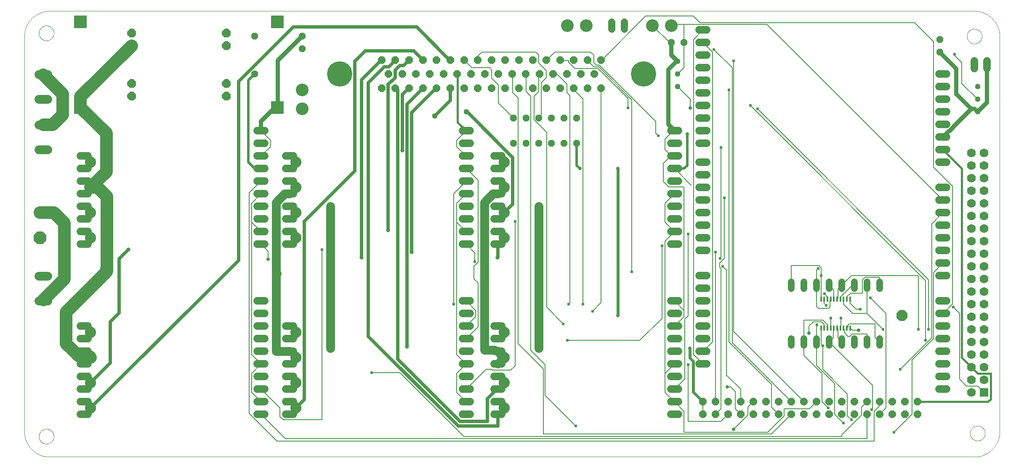
<source format=gbl>
G04 EAGLE Gerber RS-274X export*
G75*
%MOMM*%
%FSLAX34Y34*%
%LPD*%
%INBottom Copper*%
%IPPOS*%
%AMOC8*
5,1,8,0,0,1.08239X$1,22.5*%
G01*
%ADD10C,0.000000*%
%ADD11C,2.540000*%
%ADD12P,2.749271X8X292.500000*%
%ADD13P,1.429621X8X112.500000*%
%ADD14P,1.649562X8X202.500000*%
%ADD15C,5.080000*%
%ADD16C,1.790700*%
%ADD17C,1.524000*%
%ADD18P,1.649562X8X22.500000*%
%ADD19R,1.778000X1.778000*%
%ADD20C,1.778000*%
%ADD21R,0.304800X0.990600*%
%ADD22C,1.117600*%
%ADD23P,1.429621X8X292.500000*%
%ADD24C,1.320800*%
%ADD25C,2.552700*%
%ADD26P,1.924489X8X22.500000*%
%ADD27R,2.500000X2.500000*%
%ADD28C,2.250000*%
%ADD29P,1.429621X8X202.500000*%
%ADD30C,1.422400*%
%ADD31P,2.336880X8X22.500000*%
%ADD32C,2.540000*%
%ADD33C,1.778000*%
%ADD34C,1.524000*%
%ADD35C,0.406400*%
%ADD36C,0.203200*%
%ADD37C,0.812800*%
%ADD38C,0.711200*%
%ADD39C,0.508000*%
%ADD40C,0.609600*%
%ADD41C,0.635000*%
%ADD42C,0.812800*%
%ADD43C,1.125000*%
%ADD44C,0.152400*%
%ADD45C,0.609600*%


D10*
X51000Y760D02*
X1911350Y760D01*
X1912578Y775D01*
X1913804Y819D01*
X1915030Y893D01*
X1916253Y997D01*
X1917473Y1130D01*
X1918690Y1293D01*
X1919903Y1485D01*
X1921110Y1706D01*
X1922312Y1957D01*
X1923507Y2236D01*
X1924696Y2544D01*
X1925876Y2881D01*
X1927048Y3246D01*
X1928211Y3640D01*
X1929364Y4061D01*
X1930506Y4510D01*
X1931638Y4987D01*
X1932757Y5491D01*
X1933864Y6022D01*
X1934958Y6579D01*
X1936038Y7162D01*
X1937104Y7772D01*
X1938154Y8407D01*
X1939189Y9067D01*
X1940208Y9752D01*
X1941209Y10462D01*
X1942194Y11195D01*
X1943160Y11953D01*
X1944108Y12733D01*
X1945037Y13536D01*
X1945946Y14361D01*
X1946834Y15208D01*
X1947702Y16076D01*
X1948549Y16964D01*
X1949374Y17873D01*
X1950177Y18802D01*
X1950957Y19750D01*
X1951715Y20716D01*
X1952448Y21701D01*
X1953158Y22702D01*
X1953843Y23721D01*
X1954503Y24756D01*
X1955138Y25806D01*
X1955748Y26872D01*
X1956331Y27952D01*
X1956888Y29046D01*
X1957419Y30153D01*
X1957923Y31272D01*
X1958400Y32404D01*
X1958849Y33546D01*
X1959270Y34699D01*
X1959664Y35862D01*
X1960029Y37034D01*
X1960366Y38214D01*
X1960674Y39403D01*
X1960953Y40598D01*
X1961204Y41800D01*
X1961425Y43007D01*
X1961617Y44220D01*
X1961780Y45437D01*
X1961913Y46657D01*
X1962017Y47880D01*
X1962091Y49106D01*
X1962135Y50332D01*
X1962150Y51560D01*
X1962150Y848360D01*
X1962135Y849588D01*
X1962091Y850814D01*
X1962017Y852040D01*
X1961913Y853263D01*
X1961780Y854483D01*
X1961617Y855700D01*
X1961425Y856913D01*
X1961204Y858120D01*
X1960953Y859322D01*
X1960674Y860517D01*
X1960366Y861706D01*
X1960029Y862886D01*
X1959664Y864058D01*
X1959270Y865221D01*
X1958849Y866374D01*
X1958400Y867516D01*
X1957923Y868648D01*
X1957419Y869767D01*
X1956888Y870874D01*
X1956331Y871968D01*
X1955748Y873048D01*
X1955138Y874114D01*
X1954503Y875164D01*
X1953843Y876199D01*
X1953158Y877218D01*
X1952448Y878219D01*
X1951715Y879204D01*
X1950957Y880170D01*
X1950177Y881118D01*
X1949374Y882047D01*
X1948549Y882956D01*
X1947702Y883844D01*
X1946834Y884712D01*
X1945946Y885559D01*
X1945037Y886384D01*
X1944108Y887187D01*
X1943160Y887967D01*
X1942194Y888725D01*
X1941209Y889458D01*
X1940208Y890168D01*
X1939189Y890853D01*
X1938154Y891513D01*
X1937104Y892148D01*
X1936038Y892758D01*
X1934958Y893341D01*
X1933864Y893898D01*
X1932757Y894429D01*
X1931638Y894933D01*
X1930506Y895410D01*
X1929364Y895859D01*
X1928211Y896280D01*
X1927048Y896674D01*
X1925876Y897039D01*
X1924696Y897376D01*
X1923507Y897684D01*
X1922312Y897963D01*
X1921110Y898214D01*
X1919903Y898435D01*
X1918690Y898627D01*
X1917473Y898790D01*
X1916253Y898923D01*
X1915030Y899027D01*
X1913804Y899101D01*
X1912578Y899145D01*
X1911350Y899160D01*
X51000Y899160D01*
X49772Y899145D01*
X48546Y899101D01*
X47320Y899027D01*
X46097Y898923D01*
X44877Y898790D01*
X43660Y898627D01*
X42447Y898435D01*
X41240Y898214D01*
X40038Y897963D01*
X38843Y897684D01*
X37654Y897376D01*
X36474Y897039D01*
X35302Y896674D01*
X34139Y896280D01*
X32986Y895859D01*
X31844Y895410D01*
X30712Y894933D01*
X29593Y894429D01*
X28486Y893898D01*
X27392Y893341D01*
X26312Y892758D01*
X25246Y892148D01*
X24196Y891513D01*
X23161Y890853D01*
X22142Y890168D01*
X21141Y889458D01*
X20156Y888725D01*
X19190Y887967D01*
X18242Y887187D01*
X17313Y886384D01*
X16404Y885559D01*
X15516Y884712D01*
X14648Y883844D01*
X13801Y882956D01*
X12976Y882047D01*
X12173Y881118D01*
X11393Y880170D01*
X10635Y879204D01*
X9902Y878219D01*
X9192Y877218D01*
X8507Y876199D01*
X7847Y875164D01*
X7212Y874114D01*
X6602Y873048D01*
X6019Y871968D01*
X5462Y870874D01*
X4931Y869767D01*
X4427Y868648D01*
X3950Y867516D01*
X3501Y866374D01*
X3080Y865221D01*
X2686Y864058D01*
X2321Y862886D01*
X1984Y861706D01*
X1676Y860517D01*
X1397Y859322D01*
X1146Y858120D01*
X925Y856913D01*
X733Y855700D01*
X570Y854483D01*
X437Y853263D01*
X333Y852040D01*
X259Y850814D01*
X215Y849588D01*
X200Y848360D01*
X200Y51560D01*
X215Y50332D01*
X259Y49106D01*
X333Y47880D01*
X437Y46657D01*
X570Y45437D01*
X733Y44220D01*
X925Y43007D01*
X1146Y41800D01*
X1397Y40598D01*
X1676Y39403D01*
X1984Y38214D01*
X2321Y37034D01*
X2686Y35862D01*
X3080Y34699D01*
X3501Y33546D01*
X3950Y32404D01*
X4427Y31272D01*
X4931Y30153D01*
X5462Y29046D01*
X6019Y27952D01*
X6602Y26872D01*
X7212Y25806D01*
X7847Y24756D01*
X8507Y23721D01*
X9192Y22702D01*
X9902Y21701D01*
X10635Y20716D01*
X11393Y19750D01*
X12173Y18802D01*
X12976Y17873D01*
X13801Y16964D01*
X14648Y16076D01*
X15516Y15208D01*
X16404Y14361D01*
X17313Y13536D01*
X18242Y12733D01*
X19190Y11953D01*
X20156Y11195D01*
X21141Y10462D01*
X22142Y9752D01*
X23161Y9067D01*
X24196Y8407D01*
X25246Y7772D01*
X26312Y7162D01*
X27392Y6579D01*
X28486Y6022D01*
X29593Y5491D01*
X30712Y4987D01*
X31844Y4510D01*
X32986Y4061D01*
X34139Y3640D01*
X35302Y3246D01*
X36474Y2881D01*
X37654Y2544D01*
X38843Y2236D01*
X40038Y1957D01*
X41240Y1706D01*
X42447Y1485D01*
X43660Y1293D01*
X44877Y1130D01*
X46097Y997D01*
X47320Y893D01*
X48546Y819D01*
X49772Y775D01*
X51000Y760D01*
D11*
X31750Y492760D03*
D12*
X31750Y441960D03*
D13*
X984250Y632460D03*
X984250Y683260D03*
X1009650Y632460D03*
X1009650Y683260D03*
X1035050Y632460D03*
X1035050Y683260D03*
X1085850Y632460D03*
X1085850Y683260D03*
X1060450Y632460D03*
X1060450Y683260D03*
X1111250Y632460D03*
X1111250Y683260D03*
D14*
X1160526Y800608D03*
X1133094Y800608D03*
X1105408Y800608D03*
X1077722Y800608D03*
X1050290Y800608D03*
X1022604Y800608D03*
X994918Y800608D03*
X967486Y800608D03*
X939800Y800608D03*
X912114Y800608D03*
X884682Y800608D03*
X856996Y800608D03*
X1146810Y772160D03*
X1119124Y772160D03*
X1091692Y772160D03*
X1064006Y772160D03*
X1036320Y772160D03*
X1008888Y772160D03*
X981202Y772160D03*
X953516Y772160D03*
X926084Y772160D03*
X898398Y772160D03*
X870712Y772160D03*
X829310Y800608D03*
X801878Y800608D03*
X774192Y800608D03*
X746506Y800608D03*
X843280Y772160D03*
X815594Y772160D03*
X787908Y772160D03*
X760476Y772160D03*
X719074Y800608D03*
X732790Y772160D03*
X1160526Y743712D03*
X1133094Y743712D03*
X1105408Y743712D03*
X1077722Y743712D03*
X1050290Y743712D03*
X1022604Y743712D03*
X994918Y743712D03*
X967486Y743712D03*
X939800Y743712D03*
X912114Y743712D03*
X884682Y743712D03*
X856996Y743712D03*
X829310Y743712D03*
X801878Y743712D03*
X774192Y743712D03*
X746506Y743712D03*
X719074Y743712D03*
D15*
X634238Y772160D03*
X1245362Y772160D03*
D16*
X47054Y620160D02*
X29147Y620160D01*
X29147Y670160D02*
X47054Y670160D01*
D17*
X1840230Y721360D02*
X1855470Y721360D01*
X1855470Y695960D02*
X1840230Y695960D01*
X1840230Y670560D02*
X1855470Y670560D01*
X1855470Y645160D02*
X1840230Y645160D01*
X1840230Y619760D02*
X1855470Y619760D01*
X1855470Y594360D02*
X1840230Y594360D01*
X1840230Y543560D02*
X1855470Y543560D01*
X1855470Y518160D02*
X1840230Y518160D01*
X1840230Y492760D02*
X1855470Y492760D01*
X1855470Y467360D02*
X1840230Y467360D01*
X1840230Y441960D02*
X1855470Y441960D01*
X1855470Y416560D02*
X1840230Y416560D01*
X1840230Y391160D02*
X1855470Y391160D01*
X1855470Y365760D02*
X1840230Y365760D01*
X1840230Y314960D02*
X1855470Y314960D01*
X1855470Y289560D02*
X1840230Y289560D01*
X1840230Y264160D02*
X1855470Y264160D01*
X1855470Y238760D02*
X1840230Y238760D01*
X1840230Y213360D02*
X1855470Y213360D01*
X1855470Y187960D02*
X1840230Y187960D01*
X1840230Y162560D02*
X1855470Y162560D01*
X1855470Y137160D02*
X1840230Y137160D01*
X1372870Y187960D02*
X1357630Y187960D01*
X1357630Y213360D02*
X1372870Y213360D01*
X1372870Y238760D02*
X1357630Y238760D01*
X1357630Y264160D02*
X1372870Y264160D01*
X1372870Y289560D02*
X1357630Y289560D01*
X1357630Y314960D02*
X1372870Y314960D01*
X1372870Y340360D02*
X1357630Y340360D01*
X1357630Y365760D02*
X1372870Y365760D01*
X1372870Y416560D02*
X1357630Y416560D01*
X1357630Y441960D02*
X1372870Y441960D01*
X1372870Y467360D02*
X1357630Y467360D01*
X1357630Y492760D02*
X1372870Y492760D01*
X1372870Y518160D02*
X1357630Y518160D01*
X1357630Y543560D02*
X1372870Y543560D01*
X1372870Y568960D02*
X1357630Y568960D01*
X1357630Y594360D02*
X1372870Y594360D01*
X1372870Y632460D02*
X1357630Y632460D01*
X1357630Y657860D02*
X1372870Y657860D01*
X1372870Y683260D02*
X1357630Y683260D01*
X1357630Y708660D02*
X1372870Y708660D01*
X1372870Y734060D02*
X1357630Y734060D01*
X1357630Y759460D02*
X1372870Y759460D01*
X1372870Y784860D02*
X1357630Y784860D01*
X1357630Y810260D02*
X1372870Y810260D01*
D18*
X1365250Y111760D03*
X1365250Y86360D03*
X1390650Y111760D03*
X1390650Y86360D03*
X1416050Y111760D03*
X1416050Y86360D03*
X1441450Y111760D03*
X1441450Y86360D03*
X1466850Y111760D03*
X1466850Y86360D03*
X1492250Y111760D03*
X1492250Y86360D03*
X1517650Y111760D03*
X1517650Y86360D03*
X1543050Y111760D03*
X1543050Y86360D03*
X1568450Y111760D03*
X1568450Y86360D03*
X1593850Y111760D03*
X1593850Y86360D03*
X1619250Y111760D03*
X1619250Y86360D03*
X1644650Y111760D03*
X1644650Y86360D03*
X1670050Y111760D03*
X1670050Y86360D03*
X1695450Y111760D03*
X1695450Y86360D03*
X1720850Y111760D03*
X1720850Y86360D03*
X1746250Y111760D03*
X1746250Y86360D03*
X1771650Y111760D03*
X1771650Y86360D03*
X1797050Y111760D03*
X1797050Y86360D03*
D17*
X1372870Y835660D02*
X1357630Y835660D01*
X1357630Y861060D02*
X1372870Y861060D01*
X1840230Y772160D02*
X1855470Y772160D01*
X1855470Y746760D02*
X1840230Y746760D01*
D19*
X1930400Y130810D03*
D20*
X1905000Y130810D03*
X1930400Y156210D03*
X1905000Y156210D03*
X1930400Y181610D03*
X1905000Y181610D03*
X1930400Y207010D03*
X1905000Y207010D03*
X1930400Y232410D03*
X1905000Y232410D03*
X1930400Y257810D03*
X1905000Y257810D03*
X1930400Y283210D03*
X1905000Y283210D03*
X1930400Y308610D03*
X1905000Y308610D03*
X1930400Y334010D03*
X1905000Y334010D03*
X1930400Y359410D03*
X1905000Y359410D03*
X1930400Y384810D03*
X1905000Y384810D03*
X1930400Y410210D03*
X1905000Y410210D03*
X1930400Y435610D03*
X1905000Y435610D03*
X1930400Y461010D03*
X1905000Y461010D03*
X1930400Y486410D03*
X1905000Y486410D03*
X1930400Y511810D03*
X1905000Y511810D03*
X1930400Y537210D03*
X1905000Y537210D03*
X1930400Y562610D03*
X1905000Y562610D03*
X1930400Y588010D03*
X1905000Y588010D03*
X1930400Y613410D03*
X1905000Y613410D03*
D21*
X1602700Y318738D03*
X1609200Y318738D03*
X1615700Y318738D03*
X1622200Y318738D03*
X1628700Y318738D03*
X1635200Y318738D03*
X1641700Y318738D03*
X1648200Y318738D03*
X1648200Y260382D03*
X1641700Y260382D03*
X1635200Y260382D03*
X1628700Y260382D03*
X1622200Y260382D03*
X1615700Y260382D03*
X1609200Y260382D03*
X1602700Y260382D03*
X1654700Y318738D03*
X1661200Y318738D03*
X1654700Y260382D03*
X1661200Y260382D03*
D10*
X29450Y41910D02*
X29455Y42278D01*
X29468Y42646D01*
X29491Y43013D01*
X29522Y43380D01*
X29563Y43746D01*
X29612Y44111D01*
X29671Y44474D01*
X29738Y44836D01*
X29814Y45197D01*
X29900Y45555D01*
X29993Y45911D01*
X30096Y46264D01*
X30207Y46615D01*
X30327Y46963D01*
X30455Y47308D01*
X30592Y47650D01*
X30737Y47989D01*
X30890Y48323D01*
X31052Y48654D01*
X31221Y48981D01*
X31399Y49303D01*
X31584Y49622D01*
X31777Y49935D01*
X31978Y50244D01*
X32186Y50547D01*
X32402Y50845D01*
X32625Y51138D01*
X32855Y51426D01*
X33092Y51708D01*
X33336Y51983D01*
X33586Y52253D01*
X33843Y52517D01*
X34107Y52774D01*
X34377Y53024D01*
X34652Y53268D01*
X34934Y53505D01*
X35222Y53735D01*
X35515Y53958D01*
X35813Y54174D01*
X36116Y54382D01*
X36425Y54583D01*
X36738Y54776D01*
X37057Y54961D01*
X37379Y55139D01*
X37706Y55308D01*
X38037Y55470D01*
X38371Y55623D01*
X38710Y55768D01*
X39052Y55905D01*
X39397Y56033D01*
X39745Y56153D01*
X40096Y56264D01*
X40449Y56367D01*
X40805Y56460D01*
X41163Y56546D01*
X41524Y56622D01*
X41886Y56689D01*
X42249Y56748D01*
X42614Y56797D01*
X42980Y56838D01*
X43347Y56869D01*
X43714Y56892D01*
X44082Y56905D01*
X44450Y56910D01*
X44818Y56905D01*
X45186Y56892D01*
X45553Y56869D01*
X45920Y56838D01*
X46286Y56797D01*
X46651Y56748D01*
X47014Y56689D01*
X47376Y56622D01*
X47737Y56546D01*
X48095Y56460D01*
X48451Y56367D01*
X48804Y56264D01*
X49155Y56153D01*
X49503Y56033D01*
X49848Y55905D01*
X50190Y55768D01*
X50529Y55623D01*
X50863Y55470D01*
X51194Y55308D01*
X51521Y55139D01*
X51843Y54961D01*
X52162Y54776D01*
X52475Y54583D01*
X52784Y54382D01*
X53087Y54174D01*
X53385Y53958D01*
X53678Y53735D01*
X53966Y53505D01*
X54248Y53268D01*
X54523Y53024D01*
X54793Y52774D01*
X55057Y52517D01*
X55314Y52253D01*
X55564Y51983D01*
X55808Y51708D01*
X56045Y51426D01*
X56275Y51138D01*
X56498Y50845D01*
X56714Y50547D01*
X56922Y50244D01*
X57123Y49935D01*
X57316Y49622D01*
X57501Y49303D01*
X57679Y48981D01*
X57848Y48654D01*
X58010Y48323D01*
X58163Y47989D01*
X58308Y47650D01*
X58445Y47308D01*
X58573Y46963D01*
X58693Y46615D01*
X58804Y46264D01*
X58907Y45911D01*
X59000Y45555D01*
X59086Y45197D01*
X59162Y44836D01*
X59229Y44474D01*
X59288Y44111D01*
X59337Y43746D01*
X59378Y43380D01*
X59409Y43013D01*
X59432Y42646D01*
X59445Y42278D01*
X59450Y41910D01*
X59445Y41542D01*
X59432Y41174D01*
X59409Y40807D01*
X59378Y40440D01*
X59337Y40074D01*
X59288Y39709D01*
X59229Y39346D01*
X59162Y38984D01*
X59086Y38623D01*
X59000Y38265D01*
X58907Y37909D01*
X58804Y37556D01*
X58693Y37205D01*
X58573Y36857D01*
X58445Y36512D01*
X58308Y36170D01*
X58163Y35831D01*
X58010Y35497D01*
X57848Y35166D01*
X57679Y34839D01*
X57501Y34517D01*
X57316Y34198D01*
X57123Y33885D01*
X56922Y33576D01*
X56714Y33273D01*
X56498Y32975D01*
X56275Y32682D01*
X56045Y32394D01*
X55808Y32112D01*
X55564Y31837D01*
X55314Y31567D01*
X55057Y31303D01*
X54793Y31046D01*
X54523Y30796D01*
X54248Y30552D01*
X53966Y30315D01*
X53678Y30085D01*
X53385Y29862D01*
X53087Y29646D01*
X52784Y29438D01*
X52475Y29237D01*
X52162Y29044D01*
X51843Y28859D01*
X51521Y28681D01*
X51194Y28512D01*
X50863Y28350D01*
X50529Y28197D01*
X50190Y28052D01*
X49848Y27915D01*
X49503Y27787D01*
X49155Y27667D01*
X48804Y27556D01*
X48451Y27453D01*
X48095Y27360D01*
X47737Y27274D01*
X47376Y27198D01*
X47014Y27131D01*
X46651Y27072D01*
X46286Y27023D01*
X45920Y26982D01*
X45553Y26951D01*
X45186Y26928D01*
X44818Y26915D01*
X44450Y26910D01*
X44082Y26915D01*
X43714Y26928D01*
X43347Y26951D01*
X42980Y26982D01*
X42614Y27023D01*
X42249Y27072D01*
X41886Y27131D01*
X41524Y27198D01*
X41163Y27274D01*
X40805Y27360D01*
X40449Y27453D01*
X40096Y27556D01*
X39745Y27667D01*
X39397Y27787D01*
X39052Y27915D01*
X38710Y28052D01*
X38371Y28197D01*
X38037Y28350D01*
X37706Y28512D01*
X37379Y28681D01*
X37057Y28859D01*
X36738Y29044D01*
X36425Y29237D01*
X36116Y29438D01*
X35813Y29646D01*
X35515Y29862D01*
X35222Y30085D01*
X34934Y30315D01*
X34652Y30552D01*
X34377Y30796D01*
X34107Y31046D01*
X33843Y31303D01*
X33586Y31567D01*
X33336Y31837D01*
X33092Y32112D01*
X32855Y32394D01*
X32625Y32682D01*
X32402Y32975D01*
X32186Y33273D01*
X31978Y33576D01*
X31777Y33885D01*
X31584Y34198D01*
X31399Y34517D01*
X31221Y34839D01*
X31052Y35166D01*
X30890Y35497D01*
X30737Y35831D01*
X30592Y36170D01*
X30455Y36512D01*
X30327Y36857D01*
X30207Y37205D01*
X30096Y37556D01*
X29993Y37909D01*
X29900Y38265D01*
X29814Y38623D01*
X29738Y38984D01*
X29671Y39346D01*
X29612Y39709D01*
X29563Y40074D01*
X29522Y40440D01*
X29491Y40807D01*
X29468Y41174D01*
X29455Y41542D01*
X29450Y41910D01*
X29450Y854710D02*
X29455Y855078D01*
X29468Y855446D01*
X29491Y855813D01*
X29522Y856180D01*
X29563Y856546D01*
X29612Y856911D01*
X29671Y857274D01*
X29738Y857636D01*
X29814Y857997D01*
X29900Y858355D01*
X29993Y858711D01*
X30096Y859064D01*
X30207Y859415D01*
X30327Y859763D01*
X30455Y860108D01*
X30592Y860450D01*
X30737Y860789D01*
X30890Y861123D01*
X31052Y861454D01*
X31221Y861781D01*
X31399Y862103D01*
X31584Y862422D01*
X31777Y862735D01*
X31978Y863044D01*
X32186Y863347D01*
X32402Y863645D01*
X32625Y863938D01*
X32855Y864226D01*
X33092Y864508D01*
X33336Y864783D01*
X33586Y865053D01*
X33843Y865317D01*
X34107Y865574D01*
X34377Y865824D01*
X34652Y866068D01*
X34934Y866305D01*
X35222Y866535D01*
X35515Y866758D01*
X35813Y866974D01*
X36116Y867182D01*
X36425Y867383D01*
X36738Y867576D01*
X37057Y867761D01*
X37379Y867939D01*
X37706Y868108D01*
X38037Y868270D01*
X38371Y868423D01*
X38710Y868568D01*
X39052Y868705D01*
X39397Y868833D01*
X39745Y868953D01*
X40096Y869064D01*
X40449Y869167D01*
X40805Y869260D01*
X41163Y869346D01*
X41524Y869422D01*
X41886Y869489D01*
X42249Y869548D01*
X42614Y869597D01*
X42980Y869638D01*
X43347Y869669D01*
X43714Y869692D01*
X44082Y869705D01*
X44450Y869710D01*
X44818Y869705D01*
X45186Y869692D01*
X45553Y869669D01*
X45920Y869638D01*
X46286Y869597D01*
X46651Y869548D01*
X47014Y869489D01*
X47376Y869422D01*
X47737Y869346D01*
X48095Y869260D01*
X48451Y869167D01*
X48804Y869064D01*
X49155Y868953D01*
X49503Y868833D01*
X49848Y868705D01*
X50190Y868568D01*
X50529Y868423D01*
X50863Y868270D01*
X51194Y868108D01*
X51521Y867939D01*
X51843Y867761D01*
X52162Y867576D01*
X52475Y867383D01*
X52784Y867182D01*
X53087Y866974D01*
X53385Y866758D01*
X53678Y866535D01*
X53966Y866305D01*
X54248Y866068D01*
X54523Y865824D01*
X54793Y865574D01*
X55057Y865317D01*
X55314Y865053D01*
X55564Y864783D01*
X55808Y864508D01*
X56045Y864226D01*
X56275Y863938D01*
X56498Y863645D01*
X56714Y863347D01*
X56922Y863044D01*
X57123Y862735D01*
X57316Y862422D01*
X57501Y862103D01*
X57679Y861781D01*
X57848Y861454D01*
X58010Y861123D01*
X58163Y860789D01*
X58308Y860450D01*
X58445Y860108D01*
X58573Y859763D01*
X58693Y859415D01*
X58804Y859064D01*
X58907Y858711D01*
X59000Y858355D01*
X59086Y857997D01*
X59162Y857636D01*
X59229Y857274D01*
X59288Y856911D01*
X59337Y856546D01*
X59378Y856180D01*
X59409Y855813D01*
X59432Y855446D01*
X59445Y855078D01*
X59450Y854710D01*
X59445Y854342D01*
X59432Y853974D01*
X59409Y853607D01*
X59378Y853240D01*
X59337Y852874D01*
X59288Y852509D01*
X59229Y852146D01*
X59162Y851784D01*
X59086Y851423D01*
X59000Y851065D01*
X58907Y850709D01*
X58804Y850356D01*
X58693Y850005D01*
X58573Y849657D01*
X58445Y849312D01*
X58308Y848970D01*
X58163Y848631D01*
X58010Y848297D01*
X57848Y847966D01*
X57679Y847639D01*
X57501Y847317D01*
X57316Y846998D01*
X57123Y846685D01*
X56922Y846376D01*
X56714Y846073D01*
X56498Y845775D01*
X56275Y845482D01*
X56045Y845194D01*
X55808Y844912D01*
X55564Y844637D01*
X55314Y844367D01*
X55057Y844103D01*
X54793Y843846D01*
X54523Y843596D01*
X54248Y843352D01*
X53966Y843115D01*
X53678Y842885D01*
X53385Y842662D01*
X53087Y842446D01*
X52784Y842238D01*
X52475Y842037D01*
X52162Y841844D01*
X51843Y841659D01*
X51521Y841481D01*
X51194Y841312D01*
X50863Y841150D01*
X50529Y840997D01*
X50190Y840852D01*
X49848Y840715D01*
X49503Y840587D01*
X49155Y840467D01*
X48804Y840356D01*
X48451Y840253D01*
X48095Y840160D01*
X47737Y840074D01*
X47376Y839998D01*
X47014Y839931D01*
X46651Y839872D01*
X46286Y839823D01*
X45920Y839782D01*
X45553Y839751D01*
X45186Y839728D01*
X44818Y839715D01*
X44450Y839710D01*
X44082Y839715D01*
X43714Y839728D01*
X43347Y839751D01*
X42980Y839782D01*
X42614Y839823D01*
X42249Y839872D01*
X41886Y839931D01*
X41524Y839998D01*
X41163Y840074D01*
X40805Y840160D01*
X40449Y840253D01*
X40096Y840356D01*
X39745Y840467D01*
X39397Y840587D01*
X39052Y840715D01*
X38710Y840852D01*
X38371Y840997D01*
X38037Y841150D01*
X37706Y841312D01*
X37379Y841481D01*
X37057Y841659D01*
X36738Y841844D01*
X36425Y842037D01*
X36116Y842238D01*
X35813Y842446D01*
X35515Y842662D01*
X35222Y842885D01*
X34934Y843115D01*
X34652Y843352D01*
X34377Y843596D01*
X34107Y843846D01*
X33843Y844103D01*
X33586Y844367D01*
X33336Y844637D01*
X33092Y844912D01*
X32855Y845194D01*
X32625Y845482D01*
X32402Y845775D01*
X32186Y846073D01*
X31978Y846376D01*
X31777Y846685D01*
X31584Y846998D01*
X31399Y847317D01*
X31221Y847639D01*
X31052Y847966D01*
X30890Y848297D01*
X30737Y848631D01*
X30592Y848970D01*
X30455Y849312D01*
X30327Y849657D01*
X30207Y850005D01*
X30096Y850356D01*
X29993Y850709D01*
X29900Y851065D01*
X29814Y851423D01*
X29738Y851784D01*
X29671Y852146D01*
X29612Y852509D01*
X29563Y852874D01*
X29522Y853240D01*
X29491Y853607D01*
X29468Y853974D01*
X29455Y854342D01*
X29450Y854710D01*
X1896350Y848360D02*
X1896355Y848728D01*
X1896368Y849096D01*
X1896391Y849463D01*
X1896422Y849830D01*
X1896463Y850196D01*
X1896512Y850561D01*
X1896571Y850924D01*
X1896638Y851286D01*
X1896714Y851647D01*
X1896800Y852005D01*
X1896893Y852361D01*
X1896996Y852714D01*
X1897107Y853065D01*
X1897227Y853413D01*
X1897355Y853758D01*
X1897492Y854100D01*
X1897637Y854439D01*
X1897790Y854773D01*
X1897952Y855104D01*
X1898121Y855431D01*
X1898299Y855753D01*
X1898484Y856072D01*
X1898677Y856385D01*
X1898878Y856694D01*
X1899086Y856997D01*
X1899302Y857295D01*
X1899525Y857588D01*
X1899755Y857876D01*
X1899992Y858158D01*
X1900236Y858433D01*
X1900486Y858703D01*
X1900743Y858967D01*
X1901007Y859224D01*
X1901277Y859474D01*
X1901552Y859718D01*
X1901834Y859955D01*
X1902122Y860185D01*
X1902415Y860408D01*
X1902713Y860624D01*
X1903016Y860832D01*
X1903325Y861033D01*
X1903638Y861226D01*
X1903957Y861411D01*
X1904279Y861589D01*
X1904606Y861758D01*
X1904937Y861920D01*
X1905271Y862073D01*
X1905610Y862218D01*
X1905952Y862355D01*
X1906297Y862483D01*
X1906645Y862603D01*
X1906996Y862714D01*
X1907349Y862817D01*
X1907705Y862910D01*
X1908063Y862996D01*
X1908424Y863072D01*
X1908786Y863139D01*
X1909149Y863198D01*
X1909514Y863247D01*
X1909880Y863288D01*
X1910247Y863319D01*
X1910614Y863342D01*
X1910982Y863355D01*
X1911350Y863360D01*
X1911718Y863355D01*
X1912086Y863342D01*
X1912453Y863319D01*
X1912820Y863288D01*
X1913186Y863247D01*
X1913551Y863198D01*
X1913914Y863139D01*
X1914276Y863072D01*
X1914637Y862996D01*
X1914995Y862910D01*
X1915351Y862817D01*
X1915704Y862714D01*
X1916055Y862603D01*
X1916403Y862483D01*
X1916748Y862355D01*
X1917090Y862218D01*
X1917429Y862073D01*
X1917763Y861920D01*
X1918094Y861758D01*
X1918421Y861589D01*
X1918743Y861411D01*
X1919062Y861226D01*
X1919375Y861033D01*
X1919684Y860832D01*
X1919987Y860624D01*
X1920285Y860408D01*
X1920578Y860185D01*
X1920866Y859955D01*
X1921148Y859718D01*
X1921423Y859474D01*
X1921693Y859224D01*
X1921957Y858967D01*
X1922214Y858703D01*
X1922464Y858433D01*
X1922708Y858158D01*
X1922945Y857876D01*
X1923175Y857588D01*
X1923398Y857295D01*
X1923614Y856997D01*
X1923822Y856694D01*
X1924023Y856385D01*
X1924216Y856072D01*
X1924401Y855753D01*
X1924579Y855431D01*
X1924748Y855104D01*
X1924910Y854773D01*
X1925063Y854439D01*
X1925208Y854100D01*
X1925345Y853758D01*
X1925473Y853413D01*
X1925593Y853065D01*
X1925704Y852714D01*
X1925807Y852361D01*
X1925900Y852005D01*
X1925986Y851647D01*
X1926062Y851286D01*
X1926129Y850924D01*
X1926188Y850561D01*
X1926237Y850196D01*
X1926278Y849830D01*
X1926309Y849463D01*
X1926332Y849096D01*
X1926345Y848728D01*
X1926350Y848360D01*
X1926345Y847992D01*
X1926332Y847624D01*
X1926309Y847257D01*
X1926278Y846890D01*
X1926237Y846524D01*
X1926188Y846159D01*
X1926129Y845796D01*
X1926062Y845434D01*
X1925986Y845073D01*
X1925900Y844715D01*
X1925807Y844359D01*
X1925704Y844006D01*
X1925593Y843655D01*
X1925473Y843307D01*
X1925345Y842962D01*
X1925208Y842620D01*
X1925063Y842281D01*
X1924910Y841947D01*
X1924748Y841616D01*
X1924579Y841289D01*
X1924401Y840967D01*
X1924216Y840648D01*
X1924023Y840335D01*
X1923822Y840026D01*
X1923614Y839723D01*
X1923398Y839425D01*
X1923175Y839132D01*
X1922945Y838844D01*
X1922708Y838562D01*
X1922464Y838287D01*
X1922214Y838017D01*
X1921957Y837753D01*
X1921693Y837496D01*
X1921423Y837246D01*
X1921148Y837002D01*
X1920866Y836765D01*
X1920578Y836535D01*
X1920285Y836312D01*
X1919987Y836096D01*
X1919684Y835888D01*
X1919375Y835687D01*
X1919062Y835494D01*
X1918743Y835309D01*
X1918421Y835131D01*
X1918094Y834962D01*
X1917763Y834800D01*
X1917429Y834647D01*
X1917090Y834502D01*
X1916748Y834365D01*
X1916403Y834237D01*
X1916055Y834117D01*
X1915704Y834006D01*
X1915351Y833903D01*
X1914995Y833810D01*
X1914637Y833724D01*
X1914276Y833648D01*
X1913914Y833581D01*
X1913551Y833522D01*
X1913186Y833473D01*
X1912820Y833432D01*
X1912453Y833401D01*
X1912086Y833378D01*
X1911718Y833365D01*
X1911350Y833360D01*
X1910982Y833365D01*
X1910614Y833378D01*
X1910247Y833401D01*
X1909880Y833432D01*
X1909514Y833473D01*
X1909149Y833522D01*
X1908786Y833581D01*
X1908424Y833648D01*
X1908063Y833724D01*
X1907705Y833810D01*
X1907349Y833903D01*
X1906996Y834006D01*
X1906645Y834117D01*
X1906297Y834237D01*
X1905952Y834365D01*
X1905610Y834502D01*
X1905271Y834647D01*
X1904937Y834800D01*
X1904606Y834962D01*
X1904279Y835131D01*
X1903957Y835309D01*
X1903638Y835494D01*
X1903325Y835687D01*
X1903016Y835888D01*
X1902713Y836096D01*
X1902415Y836312D01*
X1902122Y836535D01*
X1901834Y836765D01*
X1901552Y837002D01*
X1901277Y837246D01*
X1901007Y837496D01*
X1900743Y837753D01*
X1900486Y838017D01*
X1900236Y838287D01*
X1899992Y838562D01*
X1899755Y838844D01*
X1899525Y839132D01*
X1899302Y839425D01*
X1899086Y839723D01*
X1898878Y840026D01*
X1898677Y840335D01*
X1898484Y840648D01*
X1898299Y840967D01*
X1898121Y841289D01*
X1897952Y841616D01*
X1897790Y841947D01*
X1897637Y842281D01*
X1897492Y842620D01*
X1897355Y842962D01*
X1897227Y843307D01*
X1897107Y843655D01*
X1896996Y844006D01*
X1896893Y844359D01*
X1896800Y844715D01*
X1896714Y845073D01*
X1896638Y845434D01*
X1896571Y845796D01*
X1896512Y846159D01*
X1896463Y846524D01*
X1896422Y846890D01*
X1896391Y847257D01*
X1896368Y847624D01*
X1896355Y847992D01*
X1896350Y848360D01*
D22*
X1917700Y746760D03*
X1917700Y721360D03*
X1917700Y695960D03*
D23*
X1841500Y842010D03*
X1841500Y816610D03*
D17*
X1911350Y798830D02*
X1911350Y783590D01*
X1936750Y783590D02*
X1936750Y798830D01*
D10*
X1902700Y48260D02*
X1902705Y48628D01*
X1902718Y48996D01*
X1902741Y49363D01*
X1902772Y49730D01*
X1902813Y50096D01*
X1902862Y50461D01*
X1902921Y50824D01*
X1902988Y51186D01*
X1903064Y51547D01*
X1903150Y51905D01*
X1903243Y52261D01*
X1903346Y52614D01*
X1903457Y52965D01*
X1903577Y53313D01*
X1903705Y53658D01*
X1903842Y54000D01*
X1903987Y54339D01*
X1904140Y54673D01*
X1904302Y55004D01*
X1904471Y55331D01*
X1904649Y55653D01*
X1904834Y55972D01*
X1905027Y56285D01*
X1905228Y56594D01*
X1905436Y56897D01*
X1905652Y57195D01*
X1905875Y57488D01*
X1906105Y57776D01*
X1906342Y58058D01*
X1906586Y58333D01*
X1906836Y58603D01*
X1907093Y58867D01*
X1907357Y59124D01*
X1907627Y59374D01*
X1907902Y59618D01*
X1908184Y59855D01*
X1908472Y60085D01*
X1908765Y60308D01*
X1909063Y60524D01*
X1909366Y60732D01*
X1909675Y60933D01*
X1909988Y61126D01*
X1910307Y61311D01*
X1910629Y61489D01*
X1910956Y61658D01*
X1911287Y61820D01*
X1911621Y61973D01*
X1911960Y62118D01*
X1912302Y62255D01*
X1912647Y62383D01*
X1912995Y62503D01*
X1913346Y62614D01*
X1913699Y62717D01*
X1914055Y62810D01*
X1914413Y62896D01*
X1914774Y62972D01*
X1915136Y63039D01*
X1915499Y63098D01*
X1915864Y63147D01*
X1916230Y63188D01*
X1916597Y63219D01*
X1916964Y63242D01*
X1917332Y63255D01*
X1917700Y63260D01*
X1918068Y63255D01*
X1918436Y63242D01*
X1918803Y63219D01*
X1919170Y63188D01*
X1919536Y63147D01*
X1919901Y63098D01*
X1920264Y63039D01*
X1920626Y62972D01*
X1920987Y62896D01*
X1921345Y62810D01*
X1921701Y62717D01*
X1922054Y62614D01*
X1922405Y62503D01*
X1922753Y62383D01*
X1923098Y62255D01*
X1923440Y62118D01*
X1923779Y61973D01*
X1924113Y61820D01*
X1924444Y61658D01*
X1924771Y61489D01*
X1925093Y61311D01*
X1925412Y61126D01*
X1925725Y60933D01*
X1926034Y60732D01*
X1926337Y60524D01*
X1926635Y60308D01*
X1926928Y60085D01*
X1927216Y59855D01*
X1927498Y59618D01*
X1927773Y59374D01*
X1928043Y59124D01*
X1928307Y58867D01*
X1928564Y58603D01*
X1928814Y58333D01*
X1929058Y58058D01*
X1929295Y57776D01*
X1929525Y57488D01*
X1929748Y57195D01*
X1929964Y56897D01*
X1930172Y56594D01*
X1930373Y56285D01*
X1930566Y55972D01*
X1930751Y55653D01*
X1930929Y55331D01*
X1931098Y55004D01*
X1931260Y54673D01*
X1931413Y54339D01*
X1931558Y54000D01*
X1931695Y53658D01*
X1931823Y53313D01*
X1931943Y52965D01*
X1932054Y52614D01*
X1932157Y52261D01*
X1932250Y51905D01*
X1932336Y51547D01*
X1932412Y51186D01*
X1932479Y50824D01*
X1932538Y50461D01*
X1932587Y50096D01*
X1932628Y49730D01*
X1932659Y49363D01*
X1932682Y48996D01*
X1932695Y48628D01*
X1932700Y48260D01*
X1932695Y47892D01*
X1932682Y47524D01*
X1932659Y47157D01*
X1932628Y46790D01*
X1932587Y46424D01*
X1932538Y46059D01*
X1932479Y45696D01*
X1932412Y45334D01*
X1932336Y44973D01*
X1932250Y44615D01*
X1932157Y44259D01*
X1932054Y43906D01*
X1931943Y43555D01*
X1931823Y43207D01*
X1931695Y42862D01*
X1931558Y42520D01*
X1931413Y42181D01*
X1931260Y41847D01*
X1931098Y41516D01*
X1930929Y41189D01*
X1930751Y40867D01*
X1930566Y40548D01*
X1930373Y40235D01*
X1930172Y39926D01*
X1929964Y39623D01*
X1929748Y39325D01*
X1929525Y39032D01*
X1929295Y38744D01*
X1929058Y38462D01*
X1928814Y38187D01*
X1928564Y37917D01*
X1928307Y37653D01*
X1928043Y37396D01*
X1927773Y37146D01*
X1927498Y36902D01*
X1927216Y36665D01*
X1926928Y36435D01*
X1926635Y36212D01*
X1926337Y35996D01*
X1926034Y35788D01*
X1925725Y35587D01*
X1925412Y35394D01*
X1925093Y35209D01*
X1924771Y35031D01*
X1924444Y34862D01*
X1924113Y34700D01*
X1923779Y34547D01*
X1923440Y34402D01*
X1923098Y34265D01*
X1922753Y34137D01*
X1922405Y34017D01*
X1922054Y33906D01*
X1921701Y33803D01*
X1921345Y33710D01*
X1920987Y33624D01*
X1920626Y33548D01*
X1920264Y33481D01*
X1919901Y33422D01*
X1919536Y33373D01*
X1919170Y33332D01*
X1918803Y33301D01*
X1918436Y33278D01*
X1918068Y33265D01*
X1917700Y33260D01*
X1917332Y33265D01*
X1916964Y33278D01*
X1916597Y33301D01*
X1916230Y33332D01*
X1915864Y33373D01*
X1915499Y33422D01*
X1915136Y33481D01*
X1914774Y33548D01*
X1914413Y33624D01*
X1914055Y33710D01*
X1913699Y33803D01*
X1913346Y33906D01*
X1912995Y34017D01*
X1912647Y34137D01*
X1912302Y34265D01*
X1911960Y34402D01*
X1911621Y34547D01*
X1911287Y34700D01*
X1910956Y34862D01*
X1910629Y35031D01*
X1910307Y35209D01*
X1909988Y35394D01*
X1909675Y35587D01*
X1909366Y35788D01*
X1909063Y35996D01*
X1908765Y36212D01*
X1908472Y36435D01*
X1908184Y36665D01*
X1907902Y36902D01*
X1907627Y37146D01*
X1907357Y37396D01*
X1907093Y37653D01*
X1906836Y37917D01*
X1906586Y38187D01*
X1906342Y38462D01*
X1906105Y38744D01*
X1905875Y39032D01*
X1905652Y39325D01*
X1905436Y39623D01*
X1905228Y39926D01*
X1905027Y40235D01*
X1904834Y40548D01*
X1904649Y40867D01*
X1904471Y41189D01*
X1904302Y41516D01*
X1904140Y41847D01*
X1903987Y42181D01*
X1903842Y42520D01*
X1903705Y42862D01*
X1903577Y43207D01*
X1903457Y43555D01*
X1903346Y43906D01*
X1903243Y44259D01*
X1903150Y44615D01*
X1903064Y44973D01*
X1902988Y45334D01*
X1902921Y45696D01*
X1902862Y46059D01*
X1902813Y46424D01*
X1902772Y46790D01*
X1902741Y47157D01*
X1902718Y47524D01*
X1902705Y47892D01*
X1902700Y48260D01*
D24*
X1543050Y340106D02*
X1543050Y353314D01*
X1568450Y353314D02*
X1568450Y340106D01*
X1593850Y340106D02*
X1593850Y353314D01*
X1619250Y353314D02*
X1619250Y340106D01*
X1644650Y340106D02*
X1644650Y353314D01*
X1670050Y353314D02*
X1670050Y340106D01*
X1695450Y340106D02*
X1695450Y353314D01*
X1720850Y353314D02*
X1720850Y340106D01*
D16*
X47054Y721760D02*
X29147Y721760D01*
X29147Y771760D02*
X47054Y771760D01*
D25*
X558800Y740410D03*
X558800Y702310D03*
D26*
X215900Y727710D03*
X215900Y753110D03*
X215900Y854710D03*
X215900Y829310D03*
X406400Y727710D03*
X406400Y753110D03*
X406400Y854710D03*
X406400Y829310D03*
D27*
X113030Y877570D03*
X113030Y704850D03*
X509270Y704850D03*
X509270Y877570D03*
D17*
X944880Y429260D02*
X960120Y429260D01*
X960120Y454660D02*
X944880Y454660D01*
X944880Y480060D02*
X960120Y480060D01*
X960120Y505460D02*
X944880Y505460D01*
X944880Y530860D02*
X960120Y530860D01*
X960120Y556260D02*
X944880Y556260D01*
X944880Y581660D02*
X960120Y581660D01*
X960120Y607060D02*
X944880Y607060D01*
X1300480Y429260D02*
X1315720Y429260D01*
X1315720Y454660D02*
X1300480Y454660D01*
X1300480Y480060D02*
X1315720Y480060D01*
X1315720Y505460D02*
X1300480Y505460D01*
X1300480Y530860D02*
X1315720Y530860D01*
X1315720Y556260D02*
X1300480Y556260D01*
X1300480Y581660D02*
X1315720Y581660D01*
X1315720Y607060D02*
X1300480Y607060D01*
X1300480Y632460D02*
X1315720Y632460D01*
X1315720Y657860D02*
X1300480Y657860D01*
D28*
X965200Y594360D03*
X965200Y543560D03*
X965200Y492760D03*
X965200Y441960D03*
D13*
X558800Y822960D03*
X558800Y848360D03*
D23*
X463550Y848360D03*
X463550Y772160D03*
D22*
X1314450Y746760D03*
X1314450Y772160D03*
X1314450Y797560D03*
D29*
X1327150Y835660D03*
X1301750Y835660D03*
D17*
X960120Y86360D02*
X944880Y86360D01*
X944880Y111760D02*
X960120Y111760D01*
X960120Y137160D02*
X944880Y137160D01*
X944880Y162560D02*
X960120Y162560D01*
X960120Y187960D02*
X944880Y187960D01*
X944880Y213360D02*
X960120Y213360D01*
X960120Y238760D02*
X944880Y238760D01*
X944880Y264160D02*
X960120Y264160D01*
X1300480Y86360D02*
X1315720Y86360D01*
X1315720Y111760D02*
X1300480Y111760D01*
X1300480Y137160D02*
X1315720Y137160D01*
X1315720Y162560D02*
X1300480Y162560D01*
X1300480Y187960D02*
X1315720Y187960D01*
X1315720Y213360D02*
X1300480Y213360D01*
X1300480Y238760D02*
X1315720Y238760D01*
X1315720Y264160D02*
X1300480Y264160D01*
X1300480Y289560D02*
X1315720Y289560D01*
X1315720Y314960D02*
X1300480Y314960D01*
D28*
X965200Y251460D03*
X965200Y200660D03*
X965200Y149860D03*
X965200Y99060D03*
D17*
X541020Y429260D02*
X525780Y429260D01*
X525780Y454660D02*
X541020Y454660D01*
X541020Y480060D02*
X525780Y480060D01*
X525780Y505460D02*
X541020Y505460D01*
X541020Y530860D02*
X525780Y530860D01*
X525780Y556260D02*
X541020Y556260D01*
X541020Y581660D02*
X525780Y581660D01*
X525780Y607060D02*
X541020Y607060D01*
X881380Y429260D02*
X896620Y429260D01*
X896620Y454660D02*
X881380Y454660D01*
X881380Y480060D02*
X896620Y480060D01*
X896620Y505460D02*
X881380Y505460D01*
X881380Y530860D02*
X896620Y530860D01*
X896620Y556260D02*
X881380Y556260D01*
X881380Y581660D02*
X896620Y581660D01*
X896620Y607060D02*
X881380Y607060D01*
X881380Y632460D02*
X896620Y632460D01*
X896620Y657860D02*
X881380Y657860D01*
D28*
X546100Y594360D03*
X546100Y543560D03*
X546100Y492760D03*
X546100Y441960D03*
D17*
X541020Y86360D02*
X525780Y86360D01*
X525780Y111760D02*
X541020Y111760D01*
X541020Y137160D02*
X525780Y137160D01*
X525780Y162560D02*
X541020Y162560D01*
X541020Y187960D02*
X525780Y187960D01*
X525780Y213360D02*
X541020Y213360D01*
X541020Y238760D02*
X525780Y238760D01*
X525780Y264160D02*
X541020Y264160D01*
X881380Y86360D02*
X896620Y86360D01*
X896620Y111760D02*
X881380Y111760D01*
X881380Y137160D02*
X896620Y137160D01*
X896620Y162560D02*
X881380Y162560D01*
X881380Y187960D02*
X896620Y187960D01*
X896620Y213360D02*
X881380Y213360D01*
X881380Y238760D02*
X896620Y238760D01*
X896620Y264160D02*
X881380Y264160D01*
X881380Y289560D02*
X896620Y289560D01*
X896620Y314960D02*
X881380Y314960D01*
D28*
X546100Y251460D03*
X546100Y200660D03*
X546100Y149860D03*
X546100Y99060D03*
D17*
X128270Y429260D02*
X113030Y429260D01*
X113030Y454660D02*
X128270Y454660D01*
X128270Y480060D02*
X113030Y480060D01*
X113030Y505460D02*
X128270Y505460D01*
X128270Y530860D02*
X113030Y530860D01*
X113030Y556260D02*
X128270Y556260D01*
X128270Y581660D02*
X113030Y581660D01*
X113030Y607060D02*
X128270Y607060D01*
X468630Y429260D02*
X483870Y429260D01*
X483870Y454660D02*
X468630Y454660D01*
X468630Y480060D02*
X483870Y480060D01*
X483870Y505460D02*
X468630Y505460D01*
X468630Y530860D02*
X483870Y530860D01*
X483870Y556260D02*
X468630Y556260D01*
X468630Y581660D02*
X483870Y581660D01*
X483870Y607060D02*
X468630Y607060D01*
X468630Y632460D02*
X483870Y632460D01*
X483870Y657860D02*
X468630Y657860D01*
D28*
X133350Y594360D03*
X133350Y543560D03*
X133350Y492760D03*
X133350Y441960D03*
D17*
X128270Y86360D02*
X113030Y86360D01*
X113030Y111760D02*
X128270Y111760D01*
X128270Y137160D02*
X113030Y137160D01*
X113030Y162560D02*
X128270Y162560D01*
X128270Y187960D02*
X113030Y187960D01*
X113030Y213360D02*
X128270Y213360D01*
X128270Y238760D02*
X113030Y238760D01*
X113030Y264160D02*
X128270Y264160D01*
X468630Y86360D02*
X483870Y86360D01*
X483870Y111760D02*
X468630Y111760D01*
X468630Y137160D02*
X483870Y137160D01*
X483870Y162560D02*
X468630Y162560D01*
X468630Y187960D02*
X483870Y187960D01*
X483870Y213360D02*
X468630Y213360D01*
X468630Y238760D02*
X483870Y238760D01*
X483870Y264160D02*
X468630Y264160D01*
X468630Y289560D02*
X483870Y289560D01*
X483870Y314960D02*
X468630Y314960D01*
D28*
X133350Y251460D03*
X133350Y200660D03*
X133350Y149860D03*
X133350Y99060D03*
D16*
X47054Y315360D02*
X29147Y315360D01*
X29147Y365360D02*
X47054Y365360D01*
D24*
X1720850Y239014D02*
X1720850Y225806D01*
X1695450Y225806D02*
X1695450Y239014D01*
X1670050Y239014D02*
X1670050Y225806D01*
X1644650Y225806D02*
X1644650Y239014D01*
X1619250Y239014D02*
X1619250Y225806D01*
X1593850Y225806D02*
X1593850Y239014D01*
X1568450Y239014D02*
X1568450Y225806D01*
X1543050Y225806D02*
X1543050Y239014D01*
D25*
X1301750Y869950D03*
X1263650Y869950D03*
X1130300Y869950D03*
X1092200Y869950D03*
D30*
X1206500Y862838D02*
X1206500Y877062D01*
X1181100Y877062D02*
X1181100Y862838D01*
D31*
X1765300Y285750D03*
D32*
X77153Y690563D02*
X56750Y670160D01*
X77153Y690563D02*
X77153Y731520D01*
X38100Y770573D01*
X38100Y670160D02*
X56750Y670160D01*
D33*
X38100Y770573D02*
X38100Y771760D01*
X952500Y187960D02*
X965200Y200660D01*
X958850Y207010D02*
X952500Y213360D01*
X958850Y207010D02*
X958850Y205423D01*
X965200Y200660D01*
X944563Y216535D02*
X925513Y216535D01*
X925513Y368300D02*
X925513Y513398D01*
X925513Y368300D02*
X925513Y216535D01*
X925513Y513398D02*
X942975Y530860D01*
X952500Y530860D01*
X944563Y216535D02*
X952500Y213360D01*
X533400Y213360D02*
X506413Y213360D01*
X506413Y513398D02*
X523875Y530860D01*
X533400Y530860D01*
D32*
X113030Y704850D02*
X113030Y726440D01*
X215900Y829310D01*
X113030Y704850D02*
X165100Y652780D01*
X165100Y575310D02*
X133350Y543560D01*
X165100Y575310D02*
X165100Y652780D01*
X83820Y229291D02*
X109911Y203200D01*
X130810Y203200D01*
X133350Y200660D01*
X83820Y229291D02*
X83820Y292679D01*
X166190Y375049D02*
X166190Y525269D01*
X147899Y543560D01*
X133350Y543560D01*
X166190Y375049D02*
X165100Y373959D01*
X83820Y292679D01*
D34*
X925513Y368300D03*
D32*
X165100Y373959D02*
X165100Y381000D01*
D34*
X165100Y381000D03*
D33*
X506413Y368300D02*
X506413Y213360D01*
X506413Y368300D02*
X506413Y513398D01*
X508000Y369888D02*
X506413Y368300D01*
X508000Y369888D02*
X508000Y370142D01*
D34*
X508000Y370142D03*
D35*
X1905000Y181610D02*
X1917700Y168910D01*
X1944370Y168910D01*
X1944370Y117475D01*
X1938655Y111760D01*
X1797050Y111760D01*
X1885950Y200660D02*
X1905000Y181610D01*
X1885950Y200660D02*
X1885950Y581660D01*
X1847850Y619760D01*
D36*
X889000Y607060D02*
X869950Y626110D01*
X869950Y638810D01*
X889000Y657860D01*
D35*
X871538Y675323D01*
X871538Y772160D01*
X870712Y772160D01*
D36*
X495300Y626110D02*
X476250Y607060D01*
X495300Y626110D02*
X495300Y638810D01*
X476250Y657860D01*
D37*
X476250Y676910D02*
X504190Y704850D01*
X476250Y676910D02*
X476250Y657860D01*
X504190Y704850D02*
X509270Y704850D01*
X509588Y799148D02*
X558800Y848360D01*
X509588Y799148D02*
X509588Y705485D01*
D36*
X509270Y704850D01*
X908050Y283210D02*
X889000Y264160D01*
X908050Y283210D02*
X908050Y295910D01*
X889000Y314960D01*
D35*
X1301750Y607060D02*
X1308100Y607060D01*
D36*
X1301750Y607060D02*
X1289050Y619760D01*
X1289050Y641350D01*
D35*
X1305560Y657860D02*
X1308100Y657860D01*
D36*
X1305560Y657860D02*
X1289050Y641350D01*
X1665360Y256223D02*
X1677988Y256223D01*
X1665360Y256223D02*
X1661200Y260382D01*
X1327150Y295910D02*
X1308100Y314960D01*
X1327150Y295910D02*
X1327150Y283210D01*
X1308100Y264160D01*
X1308100Y607060D02*
X1300480Y607060D01*
X1285240Y591820D01*
X1285240Y555625D01*
X1296353Y544513D01*
X1327150Y544513D01*
X1327150Y295910D01*
D38*
X1677988Y256223D03*
D36*
X1297940Y835660D02*
X1263650Y869950D01*
X1297940Y835660D02*
X1301750Y835660D01*
D37*
X1301750Y810260D01*
X1314450Y797560D01*
X1295400Y670560D02*
X1308100Y657860D01*
X1295400Y670560D02*
X1295400Y781050D01*
X1311910Y797560D01*
X1314450Y797560D01*
X1847850Y645160D02*
X1860042Y657352D01*
X1860941Y657352D01*
X1868678Y665089D01*
X1868678Y665988D01*
X1905000Y702310D01*
X1875155Y782955D02*
X1841500Y816610D01*
X1936750Y715010D02*
X1917700Y695960D01*
X1936750Y715010D02*
X1936750Y791210D01*
X1875155Y782955D02*
X1875155Y732155D01*
X1905000Y702310D01*
X1911350Y702310D01*
X1917700Y695960D01*
D36*
X1365250Y111760D02*
X1365250Y86360D01*
X1609725Y259398D02*
X1609200Y260382D01*
D39*
X463550Y581660D02*
X450850Y594360D01*
X463550Y581660D02*
X476250Y581660D01*
X450850Y594360D02*
X450850Y759460D01*
X463550Y772160D01*
X1111250Y588010D02*
X1117600Y581660D01*
X1111250Y588010D02*
X1111250Y632460D01*
D36*
X912813Y262573D02*
X889000Y238760D01*
X912813Y262573D02*
X912813Y351473D01*
X904875Y359410D01*
X904875Y384810D01*
X912813Y392748D01*
X912813Y557848D01*
X889000Y581660D01*
X1308100Y581660D02*
X1341438Y548323D01*
D38*
X1338580Y219393D03*
X1117600Y581660D03*
X1333500Y651510D03*
D39*
X1333500Y588010D01*
X1327150Y581660D01*
X1308100Y581660D01*
D40*
X1345438Y131572D02*
X1365250Y111760D01*
X1345438Y131572D02*
X1345438Y193010D01*
X1338580Y199868D01*
X1338580Y219393D01*
D38*
X1193800Y285750D03*
X1193800Y581660D03*
D40*
X1193800Y285750D01*
D38*
X1578610Y249873D03*
D36*
X1578610Y264160D01*
X1587500Y273050D01*
X1604010Y273050D01*
X1609200Y267860D02*
X1609200Y260382D01*
X1609200Y267860D02*
X1604010Y273050D01*
D41*
X717550Y799148D02*
X678815Y760413D01*
X678815Y402590D01*
X952500Y403543D02*
X952500Y429260D01*
X717550Y799148D02*
X719074Y800608D01*
X952500Y403543D02*
X951548Y402590D01*
D42*
X951548Y402590D03*
X678815Y402590D03*
D41*
X982663Y510223D02*
X982663Y603885D01*
X982663Y510223D02*
X965200Y492760D01*
X952500Y480060D01*
X965200Y492760D02*
X952500Y505460D01*
X890588Y695960D02*
X889000Y695960D01*
D43*
X889000Y695960D03*
D41*
X890588Y695960D02*
X982663Y603885D01*
X746125Y799148D02*
X733425Y786448D01*
X723900Y786448D01*
X692150Y754698D01*
X692150Y243523D01*
X873125Y62548D01*
X952500Y62548D01*
X952500Y86360D01*
X746125Y799148D02*
X746506Y800608D01*
X747713Y743585D02*
X750888Y740410D01*
X750888Y197485D01*
X876300Y72073D01*
X931863Y72073D01*
X931863Y118110D01*
X950913Y137160D01*
X952500Y137160D01*
X747713Y743585D02*
X746506Y743712D01*
X965200Y149860D02*
X952500Y137160D01*
X760413Y730885D02*
X773113Y743585D01*
X760413Y730885D02*
X760413Y618173D01*
X773113Y743585D02*
X774192Y743712D01*
D42*
X760413Y618173D03*
D41*
X769938Y711835D02*
X801688Y743585D01*
X769938Y711835D02*
X769938Y222885D01*
X801688Y743585D02*
X801878Y743712D01*
D42*
X769938Y222885D03*
D41*
X779463Y694373D02*
X828675Y743585D01*
X779463Y694373D02*
X779463Y413385D01*
X828675Y743585D02*
X829310Y743712D01*
D42*
X779463Y413385D03*
D41*
X209550Y418148D02*
X190976Y399574D01*
X173038Y273050D02*
X173038Y189548D01*
X133350Y149860D01*
D43*
X825500Y688023D03*
D41*
X856996Y719519D01*
X856996Y743712D01*
X190976Y399574D02*
X190976Y290989D01*
X173038Y273050D01*
D42*
X209550Y418148D03*
D41*
X762953Y788988D02*
X773113Y799148D01*
X746125Y779780D02*
X746125Y765175D01*
X732155Y751205D01*
X732155Y457518D01*
X773113Y799148D02*
X774192Y800608D01*
X755333Y788988D02*
X746125Y779780D01*
X755333Y788988D02*
X762953Y788988D01*
D42*
X732155Y457518D03*
D41*
X801688Y800735D02*
X783590Y818833D01*
X665163Y797560D02*
X665163Y576898D01*
X563563Y475298D01*
X563563Y116523D01*
X546100Y99060D01*
X801878Y800608D02*
X801688Y800735D01*
X686435Y818833D02*
X665163Y797560D01*
X686435Y818833D02*
X783590Y818833D01*
X788988Y867410D02*
X855663Y800735D01*
X788988Y867410D02*
X541338Y867410D01*
X430848Y756920D01*
X430848Y396558D01*
X133350Y99060D01*
X855663Y800735D02*
X856996Y800608D01*
D44*
X1828800Y584835D02*
X1866900Y546735D01*
X1866900Y308610D01*
X1847850Y289560D01*
X1162050Y800735D02*
X1160526Y800608D01*
X1358900Y875348D02*
X1790700Y875348D01*
X1250315Y889000D02*
X1162050Y800735D01*
X1345248Y889000D02*
X1358900Y875348D01*
X1345248Y889000D02*
X1250315Y889000D01*
X1790700Y875348D02*
X1828800Y837248D01*
X1828800Y584835D01*
X1146175Y786448D02*
X1133475Y799148D01*
X1146175Y786448D02*
X1155700Y786448D01*
X1222375Y719773D01*
X1222375Y373698D01*
X1133475Y799148D02*
X1133094Y800608D01*
D45*
X1222375Y373698D03*
D44*
X1460500Y708660D02*
X1812925Y356235D01*
X1812925Y235585D01*
D45*
X1460500Y708660D03*
X1812925Y235585D03*
D44*
X1160463Y311785D02*
X1160463Y743585D01*
X1160463Y311785D02*
X1143000Y294323D01*
X1160463Y743585D02*
X1160526Y743712D01*
D45*
X1143000Y294323D03*
D44*
X1474788Y702310D02*
X1819275Y357823D01*
X1819275Y257810D01*
D45*
X1474788Y702310D03*
X1819275Y257810D03*
D44*
X1123950Y722313D02*
X1105408Y740855D01*
X1105408Y743712D01*
X1123950Y722313D02*
X1123950Y308610D01*
D45*
X1123950Y308610D03*
D44*
X1095375Y799148D02*
X1077913Y799148D01*
X1095375Y799148D02*
X1095375Y795973D01*
X1108075Y783273D01*
X1154113Y783273D01*
X1214438Y722948D01*
X1214438Y703898D01*
X1077913Y799148D02*
X1077722Y800608D01*
D45*
X1214438Y703898D03*
D44*
X1066800Y816610D02*
X1050925Y800735D01*
X1156970Y789940D02*
X1270000Y676910D01*
X1270000Y652780D01*
X1275080Y647700D01*
X1050925Y800735D02*
X1050290Y800608D01*
D45*
X1275080Y647700D03*
D44*
X1156970Y789940D02*
X1150620Y789940D01*
X1145540Y795020D01*
X1145540Y810260D01*
X1139190Y816610D01*
X1066800Y816610D01*
X1071563Y772160D02*
X1091406Y752316D01*
X1071563Y772160D02*
X1064006Y772160D01*
X1097915Y311150D02*
X1095375Y308610D01*
D45*
X1095375Y308610D03*
D44*
X1091406Y734854D02*
X1091406Y752316D01*
X1097915Y728345D02*
X1097915Y311150D01*
X1097915Y728345D02*
X1091406Y734854D01*
X1503363Y100648D02*
X1517650Y86360D01*
X1503363Y100648D02*
X1503363Y146685D01*
X1417638Y232410D01*
X1417638Y740410D01*
D45*
X1417638Y740410D03*
D44*
X1427163Y253048D02*
X1568450Y111760D01*
X1427163Y253048D02*
X1427163Y798830D01*
D45*
X1427163Y798830D03*
D44*
X1423988Y230823D02*
X1543050Y111760D01*
X1423988Y230823D02*
X1423988Y784860D01*
X1387475Y821373D01*
D45*
X1387475Y821373D03*
D44*
X1050925Y302260D02*
X1084263Y268923D01*
X1050925Y302260D02*
X1050925Y654685D01*
X1025525Y680085D01*
X1025525Y727393D01*
X1035050Y736918D01*
X1035050Y772160D01*
X1036320Y772160D01*
D45*
X1084263Y268923D03*
D44*
X1047750Y124460D02*
X1109663Y62548D01*
X1047750Y124460D02*
X1047750Y186373D01*
X1019175Y214948D01*
X1019175Y727393D01*
X1009650Y736918D01*
X1009650Y772160D01*
X1008888Y772160D01*
D45*
X1109663Y62548D03*
D44*
X1503363Y46673D02*
X1543050Y86360D01*
X1503363Y46673D02*
X1044575Y46673D01*
X1044575Y178435D01*
X993775Y229235D01*
X993775Y724218D01*
X982663Y735330D01*
X982663Y772160D01*
X981202Y772160D01*
D36*
X953453Y714058D02*
X984250Y683260D01*
X953453Y714058D02*
X953453Y750570D01*
X940435Y763588D01*
X940435Y781050D01*
X936625Y784860D01*
X900430Y784860D02*
X884682Y800608D01*
X900430Y784860D02*
X936625Y784860D01*
X1035050Y683260D02*
X1039813Y688023D01*
X1039813Y754698D01*
X1050290Y765175D01*
X1050290Y779145D01*
X920750Y816610D02*
X912114Y807974D01*
X912114Y800608D01*
X1028700Y816610D02*
X1035050Y810260D01*
X1028700Y816610D02*
X920750Y816610D01*
X1035050Y794385D02*
X1050290Y779145D01*
X1035050Y794385D02*
X1035050Y810260D01*
D33*
X1035050Y505460D02*
X1035050Y355600D01*
X1035050Y219710D01*
X615950Y219710D02*
X615950Y340360D01*
D32*
X80963Y359410D02*
X38100Y316548D01*
X80963Y359410D02*
X80963Y471488D01*
X59690Y492760D01*
X31750Y492760D01*
D33*
X38100Y316548D02*
X38100Y315360D01*
D34*
X1035050Y355600D03*
X1035050Y219710D03*
X1035050Y505460D03*
X615950Y340360D03*
D33*
X615950Y505460D01*
D34*
X615950Y505460D03*
X615950Y219710D03*
D36*
X1308100Y137160D02*
X1328738Y157798D01*
X1328738Y278448D01*
X1335088Y284798D01*
X1335088Y449898D01*
D45*
X1335088Y449898D03*
D36*
X1390650Y413385D02*
X1390650Y111760D01*
D45*
X1390650Y413385D03*
D36*
X1401763Y97473D02*
X1390650Y86360D01*
X1401763Y97473D02*
X1401763Y380048D01*
X1398588Y383223D01*
X1398588Y391160D01*
X1408113Y400685D01*
X1408113Y522923D01*
D45*
X1408113Y522923D03*
D36*
X1416050Y86360D02*
X1401763Y72073D01*
X1335088Y72073D01*
X1335088Y186373D01*
D45*
X1335088Y186373D03*
D44*
X1282700Y280035D02*
X1282700Y426085D01*
X1282700Y280035D02*
X1238250Y235585D01*
X1092200Y235585D01*
D45*
X1092200Y235585D03*
X1282700Y426085D03*
D44*
X1749425Y49848D02*
X1785938Y86360D01*
X1785938Y195898D01*
X1828800Y238760D01*
X1828800Y372110D01*
X1847850Y391160D01*
D45*
X1749425Y49848D03*
D44*
X1762125Y176848D02*
X1825625Y240348D01*
X1825625Y470535D01*
X1847850Y492760D01*
D45*
X1762125Y176848D03*
D36*
X928688Y176848D02*
X889000Y137160D01*
X928688Y176848D02*
X939800Y176848D01*
X941388Y175260D01*
X977900Y175260D01*
X987425Y184150D02*
X987425Y475298D01*
D45*
X987425Y475298D03*
D36*
X978535Y175260D02*
X977900Y175260D01*
X978535Y175260D02*
X987425Y184150D01*
X514350Y99060D02*
X476250Y137160D01*
X514350Y99060D02*
X514350Y81598D01*
X520700Y75248D01*
X598488Y75248D01*
X598488Y418148D01*
X1400175Y400685D02*
X1401763Y402273D01*
X1401763Y624523D01*
D45*
X598488Y418148D03*
X1400175Y400685D03*
X1401763Y624523D03*
D36*
X906463Y411798D02*
X889000Y429260D01*
X906463Y411798D02*
X906463Y394335D01*
X1404938Y384810D02*
X1412875Y376873D01*
X1412875Y165735D01*
X1441450Y137160D02*
X1441450Y111760D01*
X1441450Y137160D02*
X1412875Y165735D01*
D45*
X906463Y394335D03*
X1404938Y384810D03*
D36*
X889000Y556260D02*
X863600Y530860D01*
X863600Y308610D01*
X1420813Y141923D02*
X1430338Y132398D01*
X1420813Y141923D02*
X1414463Y141923D01*
X1430338Y132398D02*
X1430338Y97473D01*
X1441450Y86360D01*
D45*
X863600Y308610D03*
D38*
X1414463Y141923D03*
D36*
X1455738Y84773D02*
X1427163Y56198D01*
X1455738Y84773D02*
X1455738Y100648D01*
X1466850Y111760D01*
D38*
X1427163Y56198D03*
D36*
X490538Y414973D02*
X476250Y429260D01*
X490538Y414973D02*
X490538Y399098D01*
X1701800Y321310D02*
X1733550Y289560D01*
X1733550Y99060D01*
X1720850Y86360D01*
D38*
X490538Y399098D03*
D45*
X1701800Y321310D03*
D36*
X476250Y556260D02*
X452438Y532448D01*
X452438Y87948D01*
X508000Y32385D01*
X1709738Y32385D01*
X1709738Y92710D01*
X1720850Y103823D01*
X1720850Y111760D01*
X525463Y37148D02*
X476250Y86360D01*
X525463Y37148D02*
X1695450Y37148D01*
X1695450Y86360D01*
X755650Y170498D02*
X698500Y170498D01*
X755650Y170498D02*
X884238Y41910D01*
X1644650Y41910D01*
X1644650Y45085D01*
X1684338Y84773D01*
X1684338Y100648D01*
X1695450Y111760D01*
D45*
X698500Y170498D03*
D44*
X1627188Y240348D02*
X1627188Y259398D01*
X1627188Y240348D02*
X1619250Y232410D01*
X1627188Y259398D02*
X1628700Y260382D01*
X1706563Y97473D02*
X1704975Y95885D01*
X1706563Y97473D02*
X1706563Y145098D01*
X1619250Y232410D01*
D45*
X1704975Y95885D03*
D44*
X1622108Y260423D02*
X1622108Y280670D01*
X1594168Y267335D02*
X1593850Y267018D01*
X1593850Y232410D01*
X1622108Y260423D02*
X1622200Y260382D01*
X1630363Y86360D02*
X1647825Y68898D01*
X1630363Y86360D02*
X1630363Y148273D01*
X1593850Y184785D01*
X1593850Y232410D01*
D45*
X1622108Y280670D03*
X1594168Y267335D03*
X1647825Y68898D03*
D44*
X1603375Y227648D02*
X1603375Y259398D01*
X1603375Y227648D02*
X1606550Y224473D01*
X1603375Y259398D02*
X1602700Y260382D01*
X1655763Y83185D02*
X1663700Y75248D01*
X1655763Y83185D02*
X1655763Y127635D01*
X1606550Y176848D01*
X1606550Y224473D01*
D45*
X1606550Y224473D03*
X1663700Y75248D03*
D44*
X1615758Y260440D02*
X1615758Y267018D01*
X1615758Y260440D02*
X1615700Y260382D01*
X1615758Y267018D02*
X1606233Y276543D01*
X1568450Y276543D01*
X1568450Y232410D01*
X1604963Y111760D02*
X1617663Y99060D01*
X1604963Y111760D02*
X1604963Y168910D01*
X1568450Y205423D01*
X1568450Y232410D01*
D45*
X1617663Y99060D03*
D44*
X1636713Y240348D02*
X1636713Y259398D01*
X1636713Y240348D02*
X1644650Y232410D01*
X1636713Y259398D02*
X1635200Y260382D01*
X1643063Y260985D02*
X1643063Y280670D01*
X1643063Y260985D02*
X1641700Y260382D01*
D45*
X1643063Y280670D03*
D44*
X1868488Y302260D02*
X1881188Y289560D01*
X1881188Y157798D01*
X1895475Y143510D01*
X1917700Y143510D01*
X1930400Y130810D01*
X1609725Y318135D02*
X1609200Y318738D01*
D45*
X1868488Y302260D03*
D36*
X1612900Y306070D02*
X1609200Y309770D01*
D45*
X1612900Y306070D03*
D36*
X1609200Y309770D02*
X1609200Y318738D01*
D44*
X1308100Y454660D02*
X1289050Y473710D01*
X1289050Y511810D01*
X1308100Y530860D01*
X1289050Y130810D02*
X1308100Y111760D01*
X1289050Y130810D02*
X1289050Y168910D01*
X1308100Y187960D01*
X1579563Y97473D02*
X1593850Y111760D01*
X1579563Y97473D02*
X1528763Y97473D01*
X1528763Y83185D01*
X1495425Y49848D01*
X1327150Y49848D01*
X1327150Y92710D01*
X1308100Y111760D01*
X1289050Y435610D02*
X1308100Y454660D01*
X1289050Y435610D02*
X1289050Y168910D01*
X476250Y111760D02*
X457200Y130810D01*
X457200Y168910D01*
X476250Y187960D01*
X476250Y454660D02*
X457200Y473710D01*
X457200Y511810D01*
X476250Y530860D01*
X457200Y207010D02*
X476250Y187960D01*
X457200Y207010D02*
X457200Y473710D01*
X869950Y130810D02*
X889000Y111760D01*
X869950Y130810D02*
X869950Y168910D01*
X889000Y187960D01*
X889000Y454660D02*
X869950Y473710D01*
X869950Y511810D01*
X889000Y530860D01*
X869950Y207010D02*
X889000Y187960D01*
X869950Y207010D02*
X869950Y473710D01*
X1603375Y381635D02*
X1603375Y365760D01*
X1603375Y319723D01*
X1603375Y381635D02*
X1598613Y386398D01*
X1543050Y386398D01*
X1543050Y346710D01*
X1602700Y318738D02*
X1603375Y319723D01*
D45*
X1603375Y365760D03*
D44*
X1615758Y318796D02*
X1615700Y318738D01*
X1615758Y318796D02*
X1615758Y323215D01*
X1609725Y329248D01*
D45*
X1609725Y329248D03*
D44*
X1620838Y318135D02*
X1620838Y302578D01*
X1617980Y299720D01*
X1597660Y299720D01*
X1593850Y303530D02*
X1593850Y346710D01*
X1620838Y318135D02*
X1622200Y318738D01*
X1593850Y376873D02*
X1597025Y380048D01*
X1593850Y376873D02*
X1593850Y346710D01*
D45*
X1597025Y380048D03*
D44*
X1593850Y303530D02*
X1597660Y299720D01*
X1628458Y318896D02*
X1628458Y337503D01*
X1619250Y346710D01*
X1628458Y318896D02*
X1628700Y318738D01*
X1636713Y319723D02*
X1636713Y338773D01*
X1644650Y346710D01*
X1636713Y319723D02*
X1635200Y318738D01*
X1644650Y346710D02*
X1663700Y365760D01*
X1798638Y365760D01*
X1798638Y257810D01*
D45*
X1798638Y257810D03*
D44*
X1641793Y318805D02*
X1641793Y323215D01*
X1665288Y346710D01*
X1670050Y346710D01*
X1641793Y318805D02*
X1641700Y318738D01*
X1649413Y259398D02*
X1649413Y251460D01*
X1657350Y243523D01*
X1660525Y243523D01*
X1665288Y248285D01*
X1695450Y248285D01*
X1695450Y232410D01*
X1649413Y259398D02*
X1648200Y260382D01*
X1384300Y816610D02*
X1365250Y835660D01*
X1384300Y816610D02*
X1384300Y232410D01*
X1365250Y213360D01*
X1655763Y260985D02*
X1657350Y262573D01*
X1657350Y267335D01*
X1658938Y268923D01*
X1711325Y268923D01*
X1711325Y241935D01*
X1720850Y232410D01*
X1655763Y260985D02*
X1654700Y260382D01*
X1346200Y842010D02*
X1365250Y861060D01*
X1346200Y842010D02*
X1346200Y207010D01*
X1365250Y187960D01*
X1648143Y318681D02*
X1648200Y318738D01*
X1648143Y318681D02*
X1648143Y308293D01*
X1666875Y289560D01*
X1695450Y289560D01*
X1695450Y346710D01*
X1695450Y289560D02*
X1727200Y257810D01*
D45*
X1727200Y257810D03*
D44*
X1654810Y318840D02*
X1654810Y323533D01*
X1662113Y330835D01*
X1685925Y330835D01*
X1685925Y357823D01*
X1690688Y362585D01*
X1720850Y362585D01*
X1720850Y346710D01*
X1654810Y318840D02*
X1654700Y318738D01*
X1672908Y298450D02*
X1681798Y298450D01*
X1661200Y310158D02*
X1661200Y318738D01*
X1661200Y310158D02*
X1672908Y298450D01*
D45*
X1681798Y298450D03*
D36*
X1339850Y721360D02*
X1314450Y746760D01*
X1339850Y721360D02*
X1339850Y703898D01*
D38*
X1339850Y703898D03*
D44*
X1493838Y872173D02*
X1847850Y518160D01*
X1327150Y784860D02*
X1314450Y772160D01*
X1327150Y784860D02*
X1327150Y835660D01*
X1301750Y869950D02*
X1303973Y872173D01*
X1327150Y872173D02*
X1493838Y872173D01*
X1327150Y872173D02*
X1303973Y872173D01*
X1327150Y872173D02*
X1327150Y835660D01*
X1885950Y795020D02*
X1885950Y753110D01*
X1917700Y721360D01*
X1885950Y795020D02*
X1871663Y809308D01*
X1871663Y811848D01*
D45*
X1871663Y811848D03*
M02*

</source>
